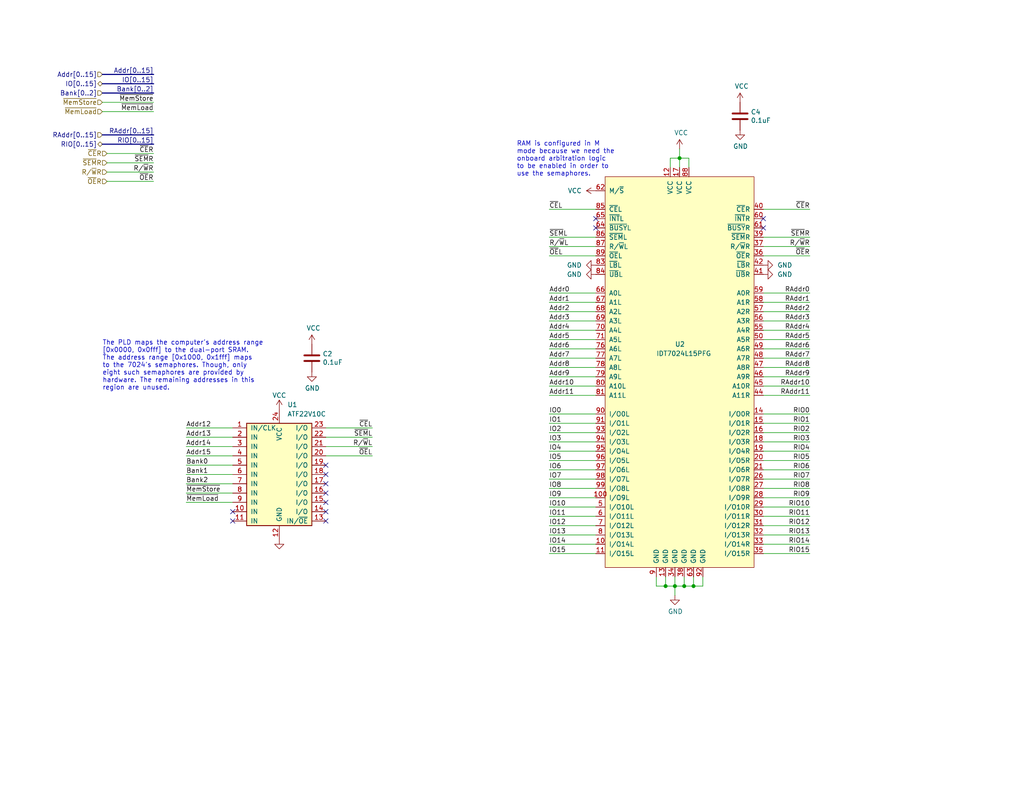
<source format=kicad_sch>
(kicad_sch (version 20250114) (generator "eeschema") (generator_version "9.0")
  (paper "USLetter")
  (title_block (title "Shared Memory") (date "2023-11-27") (comment 4 "RAM shared between the processor and the Arduino."))
  (lib_symbols
    (symbol "Device:C" (pin_numbers (hide yes)) (pin_names (offset 0.254))
      (property "Reference" "C" (at 0.635 2.54 0))
      (property "Value" "C" (at 0.635 -2.54 0))
      (symbol "C_0_1"
        (polyline (pts (xy -2.032 0.762) (xy 2.032 0.762)) (stroke (width 0.508)))
        (polyline (pts (xy -2.032 -0.762) (xy 2.032 -0.762)) (stroke (width 0.508)))
      )
      (symbol "C_1_1"
        (pin passive line (at 0 3.81 270) (length 2.794) (name "~") (number "1"))
        (pin passive line (at 0 -3.81 90) (length 2.794) (name "~") (number "2"))
      )
    )
    (symbol "Turtle16:ATF22V10C" (pin_names (offset 1.016))
      (symbol "ATF22V10C_1_1"
        (rectangle (start -8.89 -15.24) (end 8.89 12.7) (stroke (width 0.254)) (fill (type background)))
        (pin input line (at -12.7 11.43 0) (length 3.81) (name "IN/CLK") (number "1"))
        (pin input line (at -12.7 8.89 0) (length 3.81) (name "IN") (number "2"))
        (pin input line (at -12.7 6.35 0) (length 3.81) (name "IN") (number "3"))
        (pin input line (at -12.7 3.81 0) (length 3.81) (name "IN") (number "4"))
        (pin input line (at -12.7 1.27 0) (length 3.81) (name "IN") (number "5"))
        (pin input line (at -12.7 -1.27 0) (length 3.81) (name "IN") (number "6"))
        (pin input line (at -12.7 -3.81 0) (length 3.81) (name "IN") (number "7"))
        (pin input line (at -12.7 -6.35 0) (length 3.81) (name "IN") (number "8"))
        (pin input line (at -12.7 -8.89 0) (length 3.81) (name "IN") (number "9"))
        (pin input line (at -12.7 -11.43 0) (length 3.81) (name "IN") (number "10"))
        (pin input line (at -12.7 -13.97 0) (length 3.81) (name "IN") (number "11"))
        (pin power_in line (at 0 16.51 270) (length 3.81) (name "VCC") (number "24"))
        (pin power_in line (at 0 -19.05 90) (length 3.81) (name "GND") (number "12"))
        (pin passive line (at 12.7 11.43 180) (length 3.81) (name "I/O") (number "23"))
        (pin passive line (at 12.7 8.89 180) (length 3.81) (name "I/O") (number "22"))
        (pin passive line (at 12.7 6.35 180) (length 3.81) (name "I/O") (number "21"))
        (pin passive line (at 12.7 3.81 180) (length 3.81) (name "I/O") (number "20"))
        (pin passive line (at 12.7 1.27 180) (length 3.81) (name "I/O") (number "19"))
        (pin passive line (at 12.7 -1.27 180) (length 3.81) (name "I/O") (number "18"))
        (pin passive line (at 12.7 -3.81 180) (length 3.81) (name "I/O") (number "17"))
        (pin passive line (at 12.7 -6.35 180) (length 3.81) (name "I/O") (number "16"))
        (pin passive line (at 12.7 -8.89 180) (length 3.81) (name "I/O") (number "15"))
        (pin passive line (at 12.7 -11.43 180) (length 3.81) (name "I/O") (number "14"))
        (pin input line (at 12.7 -13.97 180) (length 3.81) (name "IN/~{OE}") (number "13"))
      )
    )
    (symbol "Turtle16:IDT7024L15PFG" (pin_names (offset 1.016))
      (symbol "IDT7024L15PFG_0_0"
        (pin power_in line (at 1.27 -60.96 90) (length 2.54) (name "GND") (number "38"))
        (pin input line (at 22.86 39.37 180) (length 2.54) (name "~{CE}R") (number "40"))
        (pin input line (at 22.86 31.75 180) (length 2.54) (name "~{SEM}R") (number "39"))
      )
      (symbol "IDT7024L15PFG_0_1"
        (rectangle (start -20.32 48.26) (end 20.32 -58.42) (fill (type background)))
      )
      (symbol "IDT7024L15PFG_1_1"
        (pin input line (at -22.86 44.45 0) (length 2.54) (name "M/~{S}") (number "62"))
        (pin input line (at -22.86 39.37 0) (length 2.54) (name "~{CE}L") (number "85"))
        (pin output line (at -22.86 36.83 0) (length 2.54) (name "~{INT}L") (number "65"))
        (pin input line (at -22.86 34.29 0) (length 2.54) (name "~{BUSY}L") (number "64"))
        (pin input line (at -22.86 31.75 0) (length 2.54) (name "~{SEM}L") (number "86"))
        (pin input line (at -22.86 29.21 0) (length 2.54) (name "R/~{W}L") (number "87"))
        (pin input line (at -22.86 26.67 0) (length 2.54) (name "~{OE}L") (number "89"))
        (pin input line (at -22.86 24.13 0) (length 2.54) (name "~{LB}L") (number "83"))
        (pin input line (at -22.86 21.59 0) (length 2.54) (name "~{UB}L") (number "84"))
        (pin input line (at -22.86 16.51 0) (length 2.54) (name "A0L") (number "66"))
        (pin input line (at -22.86 13.97 0) (length 2.54) (name "A1L") (number "67"))
        (pin input line (at -22.86 11.43 0) (length 2.54) (name "A2L") (number "68"))
        (pin input line (at -22.86 8.89 0) (length 2.54) (name "A3L") (number "69"))
        (pin input line (at -22.86 6.35 0) (length 2.54) (name "A4L") (number "70"))
        (pin input line (at -22.86 3.81 0) (length 2.54) (name "A5L") (number "71"))
        (pin input line (at -22.86 1.27 0) (length 2.54) (name "A6L") (number "76"))
        (pin input line (at -22.86 -1.27 0) (length 2.54) (name "A7L") (number "77"))
        (pin input line (at -22.86 -3.81 0) (length 2.54) (name "A8L") (number "78"))
        (pin input line (at -22.86 -6.35 0) (length 2.54) (name "A9L") (number "79"))
        (pin input line (at -22.86 -8.89 0) (length 2.54) (name "A10L") (number "80"))
        (pin input line (at -22.86 -11.43 0) (length 2.54) (name "A11L") (number "81"))
        (pin tri_state line (at -22.86 -16.51 0) (length 2.54) (name "I/O0L") (number "90"))
        (pin tri_state line (at -22.86 -19.05 0) (length 2.54) (name "I/O1L") (number "91"))
        (pin tri_state line (at -22.86 -21.59 0) (length 2.54) (name "I/O2L") (number "93"))
        (pin tri_state line (at -22.86 -24.13 0) (length 2.54) (name "I/O3L") (number "94"))
        (pin tri_state line (at -22.86 -26.67 0) (length 2.54) (name "I/O4L") (number "95"))
        (pin tri_state line (at -22.86 -29.21 0) (length 2.54) (name "I/O5L") (number "96"))
        (pin tri_state line (at -22.86 -31.75 0) (length 2.54) (name "I/O6L") (number "97"))
        (pin tri_state line (at -22.86 -34.29 0) (length 2.54) (name "I/O7L") (number "98"))
        (pin tri_state line (at -22.86 -36.83 0) (length 2.54) (name "I/O8L") (number "99"))
        (pin tri_state line (at -22.86 -39.37 0) (length 2.54) (name "I/O9L") (number "100"))
        (pin tri_state line (at -22.86 -41.91 0) (length 2.54) (name "I/O10L") (number "5"))
        (pin tri_state line (at -22.86 -44.45 0) (length 2.54) (name "I/O11L") (number "6"))
        (pin tri_state line (at -22.86 -46.99 0) (length 2.54) (name "I/O12L") (number "7"))
        (pin tri_state line (at -22.86 -49.53 0) (length 2.54) (name "I/O13L") (number "8"))
        (pin tri_state line (at -22.86 -52.07 0) (length 2.54) (name "I/O14L") (number "10"))
        (pin tri_state line (at -22.86 -54.61 0) (length 2.54) (name "I/O15L") (number "11"))
        (pin power_in line (at -6.35 -60.96 90) (length 2.54) (name "GND") (number "9"))
        (pin power_in line (at -3.81 -60.96 90) (length 2.54) (name "GND") (number "13"))
        (pin power_in line (at -2.54 50.8 270) (length 2.54) (name "VCC") (number "12"))
        (pin no_connect line (at -2.54 -6.35 180) (length 2.54) (hide yes) (name "~") (number "82"))
        (pin no_connect line (at -2.54 -8.89 180) (length 2.54) (hide yes) (name "~") (number "75"))
        (pin no_connect line (at -2.54 -11.43 180) (length 2.54) (hide yes) (name "~") (number "74"))
        (pin no_connect line (at -2.54 -13.97 180) (length 2.54) (hide yes) (name "~") (number "73"))
        (pin no_connect line (at -2.54 -16.51 180) (length 2.54) (hide yes) (name "~") (number "72"))
        (pin no_connect line (at -2.54 -19.05 180) (length 2.54) (hide yes) (name "~") (number "54"))
        (pin no_connect line (at -2.54 -21.59 180) (length 2.54) (hide yes) (name "~") (number "53"))
        (pin no_connect line (at -2.54 -24.13 180) (length 2.54) (hide yes) (name "~") (number "52"))
        (pin no_connect line (at -2.54 -26.67 180) (length 2.54) (hide yes) (name "~") (number "51"))
        (pin no_connect line (at -2.54 -29.21 180) (length 2.54) (hide yes) (name "~") (number "43"))
        (pin no_connect line (at -2.54 -31.75 180) (length 2.54) (hide yes) (name "~") (number "25"))
        (pin no_connect line (at -2.54 -34.29 180) (length 2.54) (hide yes) (name "~") (number "24"))
        (pin no_connect line (at -2.54 -36.83 180) (length 2.54) (hide yes) (name "~") (number "23"))
        (pin no_connect line (at -2.54 -39.37 180) (length 2.54) (hide yes) (name "~") (number "22"))
        (pin no_connect line (at -2.54 -41.91 180) (length 2.54) (hide yes) (name "~") (number "4"))
        (pin no_connect line (at -2.54 -44.45 180) (length 2.54) (hide yes) (name "~") (number "3"))
        (pin no_connect line (at -2.54 -46.99 180) (length 2.54) (hide yes) (name "~") (number "2"))
        (pin no_connect line (at -2.54 -49.53 180) (length 2.54) (hide yes) (name "~") (number "1"))
        (pin power_in line (at -1.27 -60.96 90) (length 2.54) (name "GND") (number "34"))
        (pin power_in line (at 0 50.8 270) (length 2.54) (name "VCC") (number "17"))
        (pin power_in line (at 2.54 50.8 270) (length 2.54) (name "VCC") (number "88"))
        (pin power_in line (at 3.81 -60.96 90) (length 2.54) (name "GND") (number "63"))
        (pin power_in line (at 6.35 -60.96 90) (length 2.54) (name "GND") (number "92"))
        (pin output line (at 22.86 36.83 180) (length 2.54) (name "~{INT}R") (number "60"))
        (pin input line (at 22.86 34.29 180) (length 2.54) (name "~{BUSY}R") (number "61"))
        (pin input line (at 22.86 29.21 180) (length 2.54) (name "R/~{W}R") (number "37"))
        (pin input line (at 22.86 26.67 180) (length 2.54) (name "~{OE}R") (number "36"))
        (pin input line (at 22.86 24.13 180) (length 2.54) (name "~{LB}R") (number "42"))
        (pin input line (at 22.86 21.59 180) (length 2.54) (name "~{UB}R") (number "41"))
        (pin input line (at 22.86 16.51 180) (length 2.54) (name "A0R") (number "59"))
        (pin input line (at 22.86 13.97 180) (length 2.54) (name "A1R") (number "58"))
        (pin input line (at 22.86 11.43 180) (length 2.54) (name "A2R") (number "57"))
        (pin input line (at 22.86 8.89 180) (length 2.54) (name "A3R") (number "56"))
        (pin input line (at 22.86 6.35 180) (length 2.54) (name "A4R") (number "55"))
        (pin input line (at 22.86 3.81 180) (length 2.54) (name "A5R") (number "50"))
        (pin input line (at 22.86 1.27 180) (length 2.54) (name "A6R") (number "49"))
        (pin input line (at 22.86 -1.27 180) (length 2.54) (name "A7R") (number "48"))
        (pin input line (at 22.86 -3.81 180) (length 2.54) (name "A8R") (number "47"))
        (pin input line (at 22.86 -6.35 180) (length 2.54) (name "A9R") (number "46"))
        (pin input line (at 22.86 -8.89 180) (length 2.54) (name "A10R") (number "45"))
        (pin input line (at 22.86 -11.43 180) (length 2.54) (name "A11R") (number "44"))
        (pin tri_state line (at 22.86 -16.51 180) (length 2.54) (name "I/O0R") (number "14"))
        (pin tri_state line (at 22.86 -19.05 180) (length 2.54) (name "I/O1R") (number "15"))
        (pin tri_state line (at 22.86 -21.59 180) (length 2.54) (name "I/O2R") (number "16"))
        (pin tri_state line (at 22.86 -24.13 180) (length 2.54) (name "I/O3R") (number "18"))
        (pin tri_state line (at 22.86 -26.67 180) (length 2.54) (name "I/O4R") (number "19"))
        (pin tri_state line (at 22.86 -29.21 180) (length 2.54) (name "I/O5R") (number "20"))
        (pin tri_state line (at 22.86 -31.75 180) (length 2.54) (name "I/O6R") (number "21"))
        (pin tri_state line (at 22.86 -34.29 180) (length 2.54) (name "I/O7R") (number "26"))
        (pin tri_state line (at 22.86 -36.83 180) (length 2.54) (name "I/O8R") (number "27"))
        (pin tri_state line (at 22.86 -39.37 180) (length 2.54) (name "I/O9R") (number "28"))
        (pin tri_state line (at 22.86 -41.91 180) (length 2.54) (name "I/O10R") (number "29"))
        (pin tri_state line (at 22.86 -44.45 180) (length 2.54) (name "I/O11R") (number "30"))
        (pin tri_state line (at 22.86 -46.99 180) (length 2.54) (name "I/O12R") (number "31"))
        (pin tri_state line (at 22.86 -49.53 180) (length 2.54) (name "I/O13R") (number "32"))
        (pin tri_state line (at 22.86 -52.07 180) (length 2.54) (name "I/O14R") (number "33"))
        (pin tri_state line (at 22.86 -54.61 180) (length 2.54) (name "I/O15R") (number "35"))
      )
    )
    (symbol "power:GND" (power) (pin_names (offset 0))
      (property "Value" "GND" (at 0 -3.81 0))
      (symbol "GND_0_1"
        (polyline (pts (xy 0 0) (xy 0 -1.27) (xy 1.27 -1.27) (xy 0 -2.54) (xy -1.27 -1.27) (xy 0 -1.27)))
      )
      (symbol "GND_1_1"
        (pin power_in line (at 0 0 270) (length 0) (hide yes) (name "GND") (number "1"))
      )
    )
    (symbol "power:VCC" (power) (pin_names (offset 0))
      (property "Value" "VCC" (at 0 3.81 0))
      (symbol "VCC_0_1"
        (polyline (pts (xy -0.762 1.27) (xy 0 2.54)))
        (polyline (pts (xy 0 2.54) (xy 0.762 1.27)))
        (polyline (pts (xy 0 0) (xy 0 2.54)))
      )
      (symbol "VCC_1_1"
        (pin power_in line (at 0 0 90) (length 0) (hide yes) (name "VCC") (number "1"))
      )
    )
  )
  (text "The PLD maps the computer's address range\n[0x0000, 0x0fff] to the dual-port SRAM.\nThe address range [0x1000, 0x1fff] maps\nto the 7024's semaphores. Though, only\neight such semaphores are provided by\nhardware. The remaining addresses in this\nregion are unused." (at 27.94 106.68 0) (effects (font (size 1.27 1.27)) (justify left bottom)))
  (text "RAM is configured in M\nmode because we need the\nonboard arbitration logic\nto be enabled in order to\nuse the semaphores." (at 140.97 48.26 0) (effects (font (size 1.27 1.27)) (justify left bottom)))
  (junction (at 186.69 160.02))
  (junction (at 184.15 160.02))
  (junction (at 189.23 160.02))
  (junction (at 185.42 43.18))
  (junction (at 181.61 160.02))
  (no_connect (at 208.28 62.23))
  (no_connect (at 88.9 137.16))
  (no_connect (at 162.56 62.23))
  (no_connect (at 88.9 134.62))
  (no_connect (at 63.5 139.7))
  (no_connect (at 88.9 139.7))
  (no_connect (at 208.28 59.69))
  (no_connect (at 88.9 127))
  (no_connect (at 63.5 142.24))
  (no_connect (at 88.9 132.08))
  (no_connect (at 162.56 59.69))
  (no_connect (at 88.9 129.54))
  (no_connect (at 88.9 142.24))
  (wire (pts (xy 185.42 40.64) (xy 185.42 43.18)))
  (wire (pts (xy 41.91 46.99) (xy 29.21 46.99)))
  (wire (pts (xy 149.86 130.81) (xy 162.56 130.81)))
  (wire (pts (xy 220.98 140.97) (xy 208.28 140.97)))
  (bus (pts (xy 41.91 20.32) (xy 27.94 20.32)))
  (wire (pts (xy 149.86 85.09) (xy 162.56 85.09)))
  (wire (pts (xy 220.98 102.87) (xy 208.28 102.87)))
  (wire (pts (xy 50.8 127) (xy 63.5 127)))
  (wire (pts (xy 220.98 105.41) (xy 208.28 105.41)))
  (wire (pts (xy 220.98 95.25) (xy 208.28 95.25)))
  (wire (pts (xy 187.96 43.18) (xy 187.96 45.72)))
  (wire (pts (xy 41.91 44.45) (xy 29.21 44.45)))
  (wire (pts (xy 149.86 146.05) (xy 162.56 146.05)))
  (wire (pts (xy 41.91 30.48) (xy 27.94 30.48)))
  (wire (pts (xy 220.98 148.59) (xy 208.28 148.59)))
  (wire (pts (xy 191.77 157.48) (xy 191.77 160.02)))
  (wire (pts (xy 220.98 151.13) (xy 208.28 151.13)))
  (wire (pts (xy 149.86 82.55) (xy 162.56 82.55)))
  (wire (pts (xy 189.23 160.02) (xy 191.77 160.02)))
  (wire (pts (xy 50.8 134.62) (xy 63.5 134.62)))
  (wire (pts (xy 220.98 100.33) (xy 208.28 100.33)))
  (wire (pts (xy 220.98 113.03) (xy 208.28 113.03)))
  (wire (pts (xy 149.86 148.59) (xy 162.56 148.59)))
  (wire (pts (xy 220.98 143.51) (xy 208.28 143.51)))
  (wire (pts (xy 184.15 160.02) (xy 186.69 160.02)))
  (wire (pts (xy 50.8 116.84) (xy 63.5 116.84)))
  (wire (pts (xy 41.91 27.94) (xy 27.94 27.94)))
  (wire (pts (xy 149.86 69.85) (xy 162.56 69.85)))
  (wire (pts (xy 220.98 82.55) (xy 208.28 82.55)))
  (wire (pts (xy 149.86 100.33) (xy 162.56 100.33)))
  (wire (pts (xy 149.86 135.89) (xy 162.56 135.89)))
  (wire (pts (xy 149.86 67.31) (xy 162.56 67.31)))
  (wire (pts (xy 149.86 105.41) (xy 162.56 105.41)))
  (wire (pts (xy 50.8 132.08) (xy 63.5 132.08)))
  (wire (pts (xy 220.98 123.19) (xy 208.28 123.19)))
  (wire (pts (xy 101.6 124.46) (xy 88.9 124.46)))
  (bus (pts (xy 41.91 22.86) (xy 27.94 22.86)))
  (wire (pts (xy 220.98 57.15) (xy 208.28 57.15)))
  (wire (pts (xy 101.6 121.92) (xy 88.9 121.92)))
  (wire (pts (xy 186.69 157.48) (xy 186.69 160.02)))
  (wire (pts (xy 220.98 133.35) (xy 208.28 133.35)))
  (wire (pts (xy 149.86 92.71) (xy 162.56 92.71)))
  (wire (pts (xy 149.86 118.11) (xy 162.56 118.11)))
  (bus (pts (xy 41.91 36.83) (xy 27.94 36.83)))
  (wire (pts (xy 41.91 49.53) (xy 29.21 49.53)))
  (wire (pts (xy 182.88 43.18) (xy 185.42 43.18)))
  (wire (pts (xy 149.86 80.01) (xy 162.56 80.01)))
  (wire (pts (xy 179.07 160.02) (xy 181.61 160.02)))
  (wire (pts (xy 185.42 43.18) (xy 185.42 45.72)))
  (wire (pts (xy 149.86 128.27) (xy 162.56 128.27)))
  (wire (pts (xy 220.98 138.43) (xy 208.28 138.43)))
  (wire (pts (xy 220.98 125.73) (xy 208.28 125.73)))
  (wire (pts (xy 50.8 124.46) (xy 63.5 124.46)))
  (wire (pts (xy 149.86 102.87) (xy 162.56 102.87)))
  (wire (pts (xy 101.6 116.84) (xy 88.9 116.84)))
  (wire (pts (xy 50.8 119.38) (xy 63.5 119.38)))
  (wire (pts (xy 220.98 80.01) (xy 208.28 80.01)))
  (wire (pts (xy 149.86 140.97) (xy 162.56 140.97)))
  (wire (pts (xy 186.69 160.02) (xy 189.23 160.02)))
  (wire (pts (xy 220.98 135.89) (xy 208.28 135.89)))
  (wire (pts (xy 220.98 107.95) (xy 208.28 107.95)))
  (wire (pts (xy 220.98 90.17) (xy 208.28 90.17)))
  (wire (pts (xy 220.98 97.79) (xy 208.28 97.79)))
  (wire (pts (xy 149.86 133.35) (xy 162.56 133.35)))
  (wire (pts (xy 220.98 92.71) (xy 208.28 92.71)))
  (wire (pts (xy 182.88 45.72) (xy 182.88 43.18)))
  (wire (pts (xy 149.86 125.73) (xy 162.56 125.73)))
  (wire (pts (xy 220.98 130.81) (xy 208.28 130.81)))
  (wire (pts (xy 50.8 137.16) (xy 63.5 137.16)))
  (wire (pts (xy 220.98 120.65) (xy 208.28 120.65)))
  (wire (pts (xy 149.86 151.13) (xy 162.56 151.13)))
  (wire (pts (xy 220.98 128.27) (xy 208.28 128.27)))
  (wire (pts (xy 185.42 43.18) (xy 187.96 43.18)))
  (wire (pts (xy 181.61 160.02) (xy 184.15 160.02)))
  (wire (pts (xy 41.91 41.91) (xy 29.21 41.91)))
  (wire (pts (xy 149.86 57.15) (xy 162.56 57.15)))
  (wire (pts (xy 149.86 138.43) (xy 162.56 138.43)))
  (wire (pts (xy 184.15 157.48) (xy 184.15 160.02)))
  (wire (pts (xy 149.86 120.65) (xy 162.56 120.65)))
  (wire (pts (xy 149.86 113.03) (xy 162.56 113.03)))
  (wire (pts (xy 220.98 64.77) (xy 208.28 64.77)))
  (wire (pts (xy 220.98 87.63) (xy 208.28 87.63)))
  (wire (pts (xy 101.6 119.38) (xy 88.9 119.38)))
  (wire (pts (xy 220.98 146.05) (xy 208.28 146.05)))
  (wire (pts (xy 181.61 157.48) (xy 181.61 160.02)))
  (wire (pts (xy 50.8 129.54) (xy 63.5 129.54)))
  (wire (pts (xy 149.86 87.63) (xy 162.56 87.63)))
  (wire (pts (xy 149.86 90.17) (xy 162.56 90.17)))
  (wire (pts (xy 149.86 123.19) (xy 162.56 123.19)))
  (wire (pts (xy 149.86 95.25) (xy 162.56 95.25)))
  (wire (pts (xy 220.98 69.85) (xy 208.28 69.85)))
  (wire (pts (xy 189.23 157.48) (xy 189.23 160.02)))
  (wire (pts (xy 149.86 64.77) (xy 162.56 64.77)))
  (wire (pts (xy 179.07 157.48) (xy 179.07 160.02)))
  (wire (pts (xy 220.98 118.11) (xy 208.28 118.11)))
  (wire (pts (xy 184.15 160.02) (xy 184.15 162.56)))
  (wire (pts (xy 149.86 97.79) (xy 162.56 97.79)))
  (bus (pts (xy 41.91 39.37) (xy 27.94 39.37)))
  (wire (pts (xy 50.8 121.92) (xy 63.5 121.92)))
  (wire (pts (xy 149.86 107.95) (xy 162.56 107.95)))
  (wire (pts (xy 220.98 67.31) (xy 208.28 67.31)))
  (wire (pts (xy 220.98 85.09) (xy 208.28 85.09)))
  (wire (pts (xy 149.86 143.51) (xy 162.56 143.51)))
  (wire (pts (xy 220.98 115.57) (xy 208.28 115.57)))
  (bus (pts (xy 41.91 25.4) (xy 27.94 25.4)))
  (wire (pts (xy 149.86 115.57) (xy 162.56 115.57)))
  (label "RAddr3" (at 220.98 87.63 180))
  (label "Addr15" (at 50.8 124.46 0))
  (label "~{SEM}R" (at 41.91 44.45 180))
  (label "~{CE}R" (at 220.98 57.15 180))
  (label "IO[0..15]" (at 41.91 22.86 180))
  (label "IO0" (at 149.86 113.03 0))
  (label "R{slash}~{W}L" (at 101.6 121.92 180))
  (label "~{SEM}L" (at 101.6 119.38 180))
  (label "IO15" (at 149.86 151.13 0))
  (label "IO7" (at 149.86 130.81 0))
  (label "RIO11" (at 220.98 140.97 180))
  (label "RIO9" (at 220.98 135.89 180))
  (label "Addr2" (at 149.86 85.09 0))
  (label "Addr10" (at 149.86 105.41 0))
  (label "RAddr11" (at 220.98 107.95 180))
  (label "~{MemLoad}" (at 41.91 30.48 180))
  (label "IO8" (at 149.86 133.35 0))
  (label "Bank1" (at 50.8 129.54 0))
  (label "IO11" (at 149.86 140.97 0))
  (label "Addr6" (at 149.86 95.25 0))
  (label "RIO10" (at 220.98 138.43 180))
  (label "RIO5" (at 220.98 125.73 180))
  (label "RAddr8" (at 220.98 100.33 180))
  (label "RAddr0" (at 220.98 80.01 180))
  (label "IO2" (at 149.86 118.11 0))
  (label "~{SEM}R" (at 220.98 64.77 180))
  (label "RIO14" (at 220.98 148.59 180))
  (label "Addr[0..15]" (at 41.91 20.32 180))
  (label "IO9" (at 149.86 135.89 0))
  (label "Addr8" (at 149.86 100.33 0))
  (label "IO4" (at 149.86 123.19 0))
  (label "~{MemLoad}" (at 50.8 137.16 0))
  (label "RIO1" (at 220.98 115.57 180))
  (label "Addr11" (at 149.86 107.95 0))
  (label "Addr14" (at 50.8 121.92 0))
  (label "RIO[0..15]" (at 41.91 39.37 180))
  (label "RAddr7" (at 220.98 97.79 180))
  (label "RIO7" (at 220.98 130.81 180))
  (label "RIO3" (at 220.98 120.65 180))
  (label "IO3" (at 149.86 120.65 0))
  (label "~{MemStore}" (at 41.91 27.94 180))
  (label "Bank0" (at 50.8 127 0))
  (label "RIO4" (at 220.98 123.19 180))
  (label "RAddr1" (at 220.98 82.55 180))
  (label "Addr13" (at 50.8 119.38 0))
  (label "IO10" (at 149.86 138.43 0))
  (label "~{MemStore}" (at 50.8 134.62 0))
  (label "~{OE}R" (at 41.91 49.53 180))
  (label "Addr9" (at 149.86 102.87 0))
  (label "RAddr[0..15]" (at 41.91 36.83 180))
  (label "IO1" (at 149.86 115.57 0))
  (label "~{SEM}L" (at 149.86 64.77 0))
  (label "IO5" (at 149.86 125.73 0))
  (label "RAddr9" (at 220.98 102.87 180))
  (label "R{slash}~{W}R" (at 220.98 67.31 180))
  (label "RAddr4" (at 220.98 90.17 180))
  (label "IO12" (at 149.86 143.51 0))
  (label "Bank2" (at 50.8 132.08 0))
  (label "~{OE}L" (at 101.6 124.46 180))
  (label "~{CE}L" (at 101.6 116.84 180))
  (label "R{slash}~{W}R" (at 41.91 46.99 180))
  (label "Addr1" (at 149.86 82.55 0))
  (label "Addr7" (at 149.86 97.79 0))
  (label "~{OE}R" (at 220.98 69.85 180))
  (label "Addr4" (at 149.86 90.17 0))
  (label "RIO13" (at 220.98 146.05 180))
  (label "RIO6" (at 220.98 128.27 180))
  (label "IO14" (at 149.86 148.59 0))
  (label "RAddr6" (at 220.98 95.25 180))
  (label "RIO15" (at 220.98 151.13 180))
  (label "~{CE}R" (at 41.91 41.91 180))
  (label "IO13" (at 149.86 146.05 0))
  (label "RAddr5" (at 220.98 92.71 180))
  (label "RAddr10" (at 220.98 105.41 180))
  (label "RIO0" (at 220.98 113.03 180))
  (label "~{CE}L" (at 149.86 57.15 0))
  (label "RAddr2" (at 220.98 85.09 180))
  (label "RIO12" (at 220.98 143.51 180))
  (label "R{slash}~{W}L" (at 149.86 67.31 0))
  (label "~{OE}L" (at 149.86 69.85 0))
  (label "Bank[0..2]" (at 41.91 25.4 180))
  (label "Addr3" (at 149.86 87.63 0))
  (label "RIO8" (at 220.98 133.35 180))
  (label "Addr5" (at 149.86 92.71 0))
  (label "Addr12" (at 50.8 116.84 0))
  (label "Addr0" (at 149.86 80.01 0))
  (label "IO6" (at 149.86 128.27 0))
  (label "RIO2" (at 220.98 118.11 180))
  (hierarchical_label "Bank[0..2]" (shape input) (at 27.94 25.4 180))
  (hierarchical_label "Addr[0..15]" (shape input) (at 27.94 20.32 180))
  (hierarchical_label "~{SEM}R" (shape input) (at 29.21 44.45 180))
  (hierarchical_label "RAddr[0..15]" (shape input) (at 27.94 36.83 180))
  (hierarchical_label "IO[0..15]" (shape tri_state) (at 27.94 22.86 180))
  (hierarchical_label "~{MemStore}" (shape input) (at 27.94 27.94 180))
  (hierarchical_label "~{OE}R" (shape input) (at 29.21 49.53 180))
  (hierarchical_label "~{CE}R" (shape input) (at 29.21 41.91 180))
  (hierarchical_label "~{MemLoad}" (shape input) (at 27.94 30.48 180))
  (hierarchical_label "R{slash}~{W}R" (shape input) (at 29.21 46.99 180))
  (hierarchical_label "RIO[0..15]" (shape tri_state) (at 27.94 39.37 180))
  (symbol (lib_id "power:GND") (at 208.28 72.39 90) (mirror x) (unit 1)
    (property "Reference" "#PWR0126" (effects (hide yes)))
    (property "Value" "GND" (at 212.09 72.39 90) (effects (justify right)))
  )
  (symbol (lib_id "Device:C") (at 201.93 31.75 0) (unit 1)
    (property "Reference" "C4" (at 204.851 30.5816 0) (effects (justify left)))
    (property "Value" "0.1uF" (at 204.851 32.893 0) (effects (justify left)))
    (property "Footprint" "Capacitor_SMD:C_0603_1608Metric" (effects (hide yes)))
    (property "Datasheet" "https://www.mouser.com/datasheet/2/396/taiyo_yuden_12132018_mlcc11_hq_e-1510082.pdf" (effects (hide yes)))
    (property "Manufacturer" "Taiyo Yuden" (effects (hide yes)))
    (property "Manufacturer#" "EMK107B7104KAHT" (effects (hide yes)))
    (property "Mouser#" "963-EMK107B7104KAHT" (effects (hide yes)))
    (property "Digikey#" "587-6004-1-ND" (effects (hide yes)))
    (instances (project "MainBoard" (path "" (reference "C4") (unit 1))) (project "Memory" (path "" (reference "C65") (unit 1))))
  )
  (symbol (lib_id "power:VCC") (at 162.56 52.07 90) (unit 1)
    (property "Reference" "#PWR011" (effects (hide yes)))
    (property "Value" "VCC" (at 158.75 52.07 90) (effects (justify left)))
  )
  (symbol (lib_id "power:VCC") (at 201.93 27.94 0) (unit 1)
    (property "Reference" "#PWR016" (effects (hide yes)))
    (property "Value" "VCC" (at 202.3618 23.5458 0))
    (instances (project "MainBoard" (path "" (reference "#PWR016") (unit 1))) (project "Memory" (path "" (reference "#PWR0381") (unit 1))))
  )
  (symbol (lib_id "power:GND") (at 76.2 147.32 0) (unit 1)
    (property "Reference" "#PWR08" (effects (hide yes)))
    (property "Value" "GND" (effects (hide yes)))
    (instances (project "MainBoard" (path "" (reference "#PWR08") (unit 1))) (project "Memory" (path "" (reference "#PWR0384") (unit 1))))
  )
  (symbol (lib_id "power:GND") (at 162.56 72.39 270) (unit 1)
    (property "Reference" "#PWR012" (effects (hide yes)))
    (property "Value" "GND" (at 158.75 72.39 90) (effects (justify right)))
  )
  (symbol (lib_id "power:VCC") (at 85.09 93.98 0) (unit 1)
    (property "Reference" "#PWR09" (effects (hide yes)))
    (property "Value" "VCC" (at 85.5218 89.5858 0))
    (instances (project "MainBoard" (path "" (reference "#PWR09") (unit 1))) (project "Memory" (path "" (reference "#PWR0381") (unit 1))))
  )
  (symbol (lib_id "power:VCC") (at 76.2 111.76 0) (unit 1)
    (property "Reference" "#PWR07" (effects (hide yes)))
    (property "Value" "VCC" (at 76.2 107.95 0))
    (instances (project "MainBoard" (path "" (reference "#PWR07") (unit 1))) (project "Memory" (path "" (reference "#PWR0383") (unit 1))))
  )
  (symbol (lib_id "power:GND") (at 162.56 74.93 270) (unit 1)
    (property "Reference" "#PWR013" (effects (hide yes)))
    (property "Value" "GND" (at 158.75 74.93 90) (effects (justify right)))
  )
  (symbol (lib_id "power:GND") (at 208.28 74.93 90) (mirror x) (unit 1)
    (property "Reference" "#PWR0127" (effects (hide yes)))
    (property "Value" "GND" (at 212.09 74.93 90) (effects (justify right)))
  )
  (symbol (lib_id "Turtle16:ATF22V10C") (at 76.2 128.27 0) (unit 1)
    (property "Reference" "U1" (at 78.3941 110.49 0) (effects (justify left)))
    (property "Value" "ATF22V10C" (at 78.3941 113.03 0) (effects (justify left)))
    (property "Footprint" "Package_DIP:DIP-24_W7.62mm_Socket" (effects (hide yes)))
    (property "Datasheet" "https://www.mouser.com/datasheet/2/268/doc0735-1369018.pdf" (effects (hide yes)))
    (property "Manufacturer" "Microchip Technology" (effects (hide yes)))
    (property "Manufacturer#" "ATF22V10C-7PX" (effects (hide yes)))
    (property "Mouser#" "556-AF22V10C7PX" (effects (hide yes)))
    (property "Digikey#" "ATF22V10C-7PX-ND" (effects (hide yes)))
    (instances (project "MainBoard" (path "" (reference "U1") (unit 1))) (project "Memory" (path "" (reference "U61") (unit 1))))
  )
  (symbol (lib_id "power:GND") (at 201.93 35.56 0) (unit 1)
    (property "Reference" "#PWR017" (effects (hide yes)))
    (property "Value" "GND" (at 202.057 39.9542 0))
    (instances (project "MainBoard" (path "" (reference "#PWR017") (unit 1))) (project "Memory" (path "" (reference "#PWR0382") (unit 1))))
  )
  (symbol (lib_id "power:GND") (at 85.09 101.6 0) (unit 1)
    (property "Reference" "#PWR010" (effects (hide yes)))
    (property "Value" "GND" (at 85.217 105.9942 0))
    (instances (project "MainBoard" (path "" (reference "#PWR010") (unit 1))) (project "Memory" (path "" (reference "#PWR0382") (unit 1))))
  )
  (symbol (lib_id "Device:C") (at 85.09 97.79 0) (unit 1)
    (property "Reference" "C2" (at 88.011 96.6216 0) (effects (justify left)))
    (property "Value" "0.1uF" (at 88.011 98.933 0) (effects (justify left)))
    (property "Footprint" "Capacitor_SMD:C_0603_1608Metric" (effects (hide yes)))
    (property "Datasheet" "https://www.mouser.com/datasheet/2/396/taiyo_yuden_12132018_mlcc11_hq_e-1510082.pdf" (effects (hide yes)))
    (property "Manufacturer" "Taiyo Yuden" (effects (hide yes)))
    (property "Manufacturer#" "EMK107B7104KAHT" (effects (hide yes)))
    (property "Mouser#" "963-EMK107B7104KAHT" (effects (hide yes)))
    (property "Digikey#" "587-6004-1-ND" (effects (hide yes)))
    (instances (project "MainBoard" (path "" (reference "C2") (unit 1))) (project "Memory" (path "" (reference "C65") (unit 1))))
  )
  (symbol (lib_id "Turtle16:IDT7024L15PFG") (at 185.42 96.52 0) (unit 1)
    (property "Reference" "U2" (at 184.15 93.98 0) (effects (justify left)))
    (property "Value" "IDT7024L15PFG" (at 179.07 96.52 0) (effects (justify left)))
    (property "Footprint" "Package_QFP:TQFP-100_14x14mm_P0.5mm" (effects (hide yes)))
    (property "Datasheet" "https://www.mouser.com/datasheet/2/698/REN_7024_DST_20200220-2930664.pdf" (effects (hide yes)))
    (property "Manufacturer" "Renesas Electronics Corporation" (effects (hide yes)))
    (property "Manufacturer#" "7024L15PFG" (effects (hide yes)))
    (property "Mouser#" "972-7024L15PFG" (effects (hide yes)))
    (property "Digikey#" "800-3611-ND" (effects (hide yes)))
  )
  (symbol (lib_id "power:VCC") (at 185.42 40.64 0) (unit 1)
    (property "Reference" "#PWR015" (effects (hide yes)))
    (property "Value" "VCC" (at 185.8518 36.2458 0))
    (instances (project "MainBoard" (path "" (reference "#PWR015") (unit 1))) (project "Memory" (path "" (reference "#PWR0381") (unit 1))))
  )
  (symbol (lib_id "power:GND") (at 184.15 162.56 0) (unit 1)
    (property "Reference" "#PWR014" (effects (hide yes)))
    (property "Value" "GND" (at 184.277 166.9542 0))
    (instances (project "MainBoard" (path "" (reference "#PWR014") (unit 1))) (project "Memory" (path "" (reference "#PWR0382") (unit 1))))
  )
)
</source>
